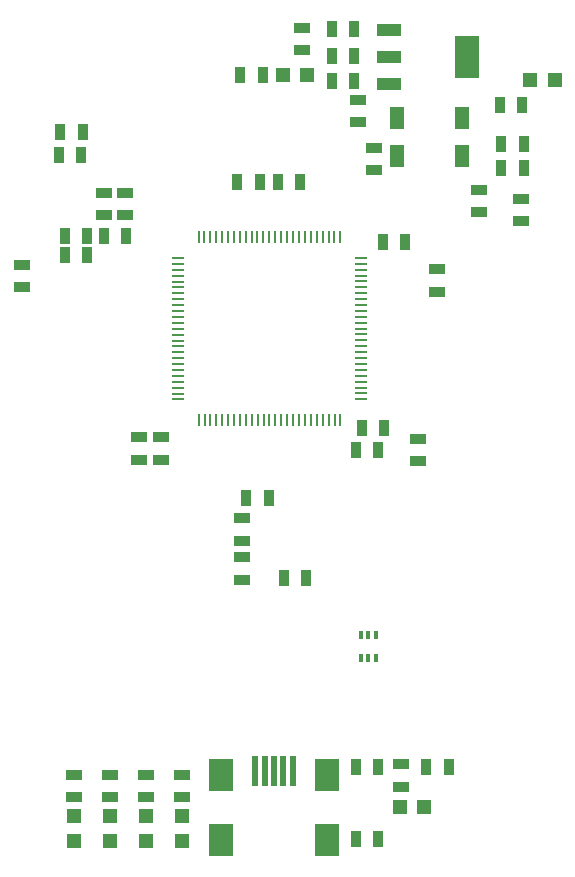
<source format=gtp>
G04 (created by PCBNEW (2013-07-07 BZR 4022)-stable) date 10/02/2014 08:40:50*
%MOIN*%
G04 Gerber Fmt 3.4, Leading zero omitted, Abs format*
%FSLAX34Y34*%
G01*
G70*
G90*
G04 APERTURE LIST*
%ADD10C,0.00590551*%
%ADD11R,0.055X0.035*%
%ADD12R,0.035X0.055*%
%ADD13R,0.0472X0.0472*%
%ADD14R,0.02X0.1*%
%ADD15R,0.0787402X0.11*%
%ADD16R,0.04X0.01*%
%ADD17R,0.01X0.04*%
%ADD18R,0.08X0.144*%
%ADD19R,0.08X0.04*%
%ADD20R,0.015X0.03*%
%ADD21R,0.0511811X0.0748031*%
G04 APERTURE END LIST*
G54D10*
G54D11*
X51400Y-47625D03*
X51400Y-48375D03*
G54D12*
X46725Y-39050D03*
X47475Y-39050D03*
X46125Y-39050D03*
X45375Y-39050D03*
G54D11*
X45550Y-52325D03*
X45550Y-51575D03*
G54D12*
X39625Y-40850D03*
X40375Y-40850D03*
X39625Y-41500D03*
X40375Y-41500D03*
G54D11*
X40950Y-39425D03*
X40950Y-40175D03*
X41650Y-39425D03*
X41650Y-40175D03*
X49400Y-37075D03*
X49400Y-36325D03*
G54D12*
X40225Y-37400D03*
X39475Y-37400D03*
X45475Y-35500D03*
X46225Y-35500D03*
G54D11*
X42850Y-48325D03*
X42850Y-47575D03*
G54D12*
X50275Y-47250D03*
X49525Y-47250D03*
X50975Y-41050D03*
X50225Y-41050D03*
G54D11*
X42100Y-47575D03*
X42100Y-48325D03*
X54850Y-40375D03*
X54850Y-39625D03*
G54D12*
X49325Y-48000D03*
X50075Y-48000D03*
X48525Y-35700D03*
X49275Y-35700D03*
X49275Y-34850D03*
X48525Y-34850D03*
G54D13*
X39950Y-60187D03*
X39950Y-61013D03*
X41150Y-60187D03*
X41150Y-61013D03*
X42350Y-60187D03*
X42350Y-61013D03*
X43550Y-60187D03*
X43550Y-61013D03*
G54D12*
X48525Y-33950D03*
X49275Y-33950D03*
X51675Y-58550D03*
X52425Y-58550D03*
G54D13*
X46887Y-35500D03*
X47713Y-35500D03*
X50787Y-59900D03*
X51613Y-59900D03*
G54D12*
X54175Y-38600D03*
X54925Y-38600D03*
X54175Y-37800D03*
X54925Y-37800D03*
G54D13*
X55137Y-35650D03*
X55963Y-35650D03*
G54D12*
X40175Y-38150D03*
X39425Y-38150D03*
G54D14*
X45970Y-58700D03*
X46285Y-58700D03*
X46600Y-58700D03*
X46914Y-58700D03*
X47229Y-58700D03*
G54D15*
X44828Y-60981D03*
X48371Y-60981D03*
X44828Y-58815D03*
X48371Y-58815D03*
G54D12*
X45675Y-49600D03*
X46425Y-49600D03*
G54D11*
X45550Y-51025D03*
X45550Y-50275D03*
G54D12*
X46925Y-52250D03*
X47675Y-52250D03*
G54D11*
X52050Y-41975D03*
X52050Y-42725D03*
X38200Y-41825D03*
X38200Y-42575D03*
X39950Y-59575D03*
X39950Y-58825D03*
X41150Y-59575D03*
X41150Y-58825D03*
X42350Y-59575D03*
X42350Y-58825D03*
X43550Y-59575D03*
X43550Y-58825D03*
G54D12*
X41675Y-40850D03*
X40925Y-40850D03*
G54D11*
X47550Y-34675D03*
X47550Y-33925D03*
X50850Y-59225D03*
X50850Y-58475D03*
G54D12*
X54875Y-36500D03*
X54125Y-36500D03*
G54D16*
X49500Y-41590D03*
X49500Y-46310D03*
X49500Y-46110D03*
X49500Y-45920D03*
X49500Y-45720D03*
X49500Y-45520D03*
X49500Y-45330D03*
X49500Y-45130D03*
X49500Y-44930D03*
X49500Y-44740D03*
X49500Y-44540D03*
X49500Y-44340D03*
X49500Y-44140D03*
X49500Y-43950D03*
X49500Y-43750D03*
X49500Y-43550D03*
X49500Y-43360D03*
X49500Y-43160D03*
X49500Y-42960D03*
X49500Y-42770D03*
X49500Y-42570D03*
X49500Y-42370D03*
X49500Y-42180D03*
X49500Y-41980D03*
X49500Y-41780D03*
G54D17*
X48810Y-47000D03*
X44090Y-47000D03*
X44290Y-47000D03*
X44480Y-47000D03*
X44680Y-47000D03*
X44880Y-47000D03*
X45070Y-47000D03*
X45270Y-47000D03*
X45470Y-47000D03*
X45660Y-47000D03*
X45860Y-47000D03*
X46060Y-47000D03*
X46260Y-47000D03*
X46450Y-47000D03*
X46650Y-47000D03*
X46850Y-47000D03*
X47040Y-47000D03*
X47240Y-47000D03*
X47440Y-47000D03*
X47630Y-47000D03*
X47830Y-47000D03*
X48030Y-47000D03*
X48220Y-47000D03*
X48420Y-47000D03*
X48620Y-47000D03*
X48810Y-40900D03*
X48610Y-40900D03*
X48420Y-40900D03*
X48220Y-40900D03*
X48020Y-40900D03*
X47830Y-40900D03*
X47630Y-40900D03*
X47430Y-40900D03*
X47240Y-40900D03*
X47040Y-40900D03*
X46840Y-40900D03*
X46640Y-40900D03*
X46450Y-40900D03*
X46250Y-40900D03*
X46050Y-40900D03*
X45860Y-40900D03*
X45660Y-40900D03*
X45460Y-40900D03*
X45270Y-40900D03*
X45070Y-40900D03*
X44870Y-40900D03*
X44680Y-40900D03*
X44480Y-40900D03*
X44280Y-40900D03*
X44090Y-40900D03*
G54D16*
X43400Y-41590D03*
X43400Y-41790D03*
X43400Y-41980D03*
X43400Y-42180D03*
X43400Y-42380D03*
X43400Y-42570D03*
X43400Y-42770D03*
X43400Y-42970D03*
X43400Y-43160D03*
X43400Y-43360D03*
X43400Y-43560D03*
X43400Y-43760D03*
X43400Y-43950D03*
X43400Y-44150D03*
X43400Y-44350D03*
X43400Y-44540D03*
X43400Y-44740D03*
X43400Y-44940D03*
X43400Y-45130D03*
X43400Y-45330D03*
X43400Y-45530D03*
X43400Y-45720D03*
X43400Y-45920D03*
X43400Y-46120D03*
X43400Y-46310D03*
G54D18*
X53050Y-34900D03*
G54D19*
X50450Y-34900D03*
X50450Y-35800D03*
X50450Y-34000D03*
G54D12*
X49325Y-58550D03*
X50075Y-58550D03*
X49325Y-60950D03*
X50075Y-60950D03*
G54D20*
X50006Y-54156D03*
X49750Y-54944D03*
X49494Y-54156D03*
X49750Y-54156D03*
X49494Y-54944D03*
X50006Y-54944D03*
G54D11*
X53450Y-40075D03*
X53450Y-39325D03*
X49950Y-38675D03*
X49950Y-37925D03*
G54D21*
X50717Y-38179D03*
X52882Y-38179D03*
X52882Y-36920D03*
X50717Y-36920D03*
M02*

</source>
